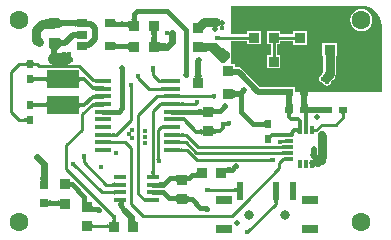
<source format=gtl>
G04*
G04 #@! TF.GenerationSoftware,Altium Limited,Altium Designer,20.0.2 (26)*
G04*
G04 Layer_Physical_Order=1*
G04 Layer_Color=255*
%FSLAX25Y25*%
%MOIN*%
G70*
G01*
G75*
%ADD12C,0.01181*%
%ADD13C,0.01000*%
%ADD18R,0.02362X0.05906*%
%ADD19R,0.05512X0.03150*%
%ADD20R,0.03500X0.03500*%
%ADD21R,0.03500X0.03500*%
%ADD22R,0.03937X0.01772*%
%ADD23R,0.03543X0.02559*%
%ADD24R,0.05800X0.01400*%
%ADD25R,0.03740X0.03543*%
%ADD26R,0.03740X0.03543*%
%ADD27R,0.02000X0.02500*%
%ADD28R,0.02500X0.02000*%
%ADD29R,0.01181X0.03150*%
%ADD30R,0.03150X0.01181*%
%ADD31R,0.10630X0.05906*%
%ADD32R,0.03150X0.03150*%
%ADD34C,0.01968*%
%ADD35C,0.01575*%
%ADD36C,0.01500*%
%ADD37C,0.03000*%
%ADD38C,0.02756*%
%ADD39C,0.01400*%
%ADD40C,0.02362*%
%ADD41C,0.03937*%
%ADD42C,0.02000*%
%ADD43C,0.03150*%
%ADD44C,0.01968*%
%ADD45C,0.01500*%
%ADD46C,0.01575*%
%ADD47C,0.06299*%
G36*
X45039Y73953D02*
X45061Y73698D01*
X45099Y73473D01*
X45151Y73278D01*
X45219Y73113D01*
X45301Y72978D01*
X45399Y72873D01*
X45511Y72798D01*
X45639Y72753D01*
X45781Y72738D01*
X42781D01*
X42924Y72753D01*
X43051Y72798D01*
X43164Y72873D01*
X43262Y72978D01*
X43344Y73113D01*
X43411Y73278D01*
X43464Y73473D01*
X43501Y73698D01*
X43524Y73953D01*
X43532Y74238D01*
X45031D01*
X45039Y73953D01*
D02*
G37*
G36*
X42555Y69870D02*
X42540Y70013D01*
X42494Y70140D01*
X42418Y70253D01*
X42312Y70350D01*
X42176Y70433D01*
X42010Y70500D01*
X41813Y70553D01*
X41587Y70590D01*
X41330Y70613D01*
X41283Y70614D01*
X40875Y70590D01*
X40860Y70583D01*
Y72157D01*
X40875Y72150D01*
X40901Y72144D01*
X40938Y72138D01*
X41044Y72129D01*
X41237Y72124D01*
X41328Y72126D01*
X41809Y72176D01*
X42004Y72219D01*
X42169Y72275D01*
X42303Y72342D01*
X42408Y72423D01*
X42483Y72515D01*
X42529Y72621D01*
X42544Y72738D01*
X42555Y69870D01*
D02*
G37*
G36*
X38031Y72728D02*
X38076Y72600D01*
X38151Y72488D01*
X38256Y72390D01*
X38391Y72308D01*
X38556Y72240D01*
X38751Y72188D01*
X38976Y72150D01*
X39231Y72128D01*
X39261Y72127D01*
X39662Y72150D01*
X39678Y72157D01*
Y70583D01*
X39662Y70590D01*
X39636Y70596D01*
X39600Y70602D01*
X39494Y70611D01*
X39220Y70618D01*
X38151Y70548D01*
X38076Y70526D01*
X38031Y70501D01*
X38016Y70473D01*
Y72870D01*
X38031Y72728D01*
D02*
G37*
G36*
X25047Y70473D02*
X25027Y70524D01*
X24967Y70571D01*
X24867Y70612D01*
X24727Y70647D01*
X24547Y70677D01*
X24327Y70701D01*
X23767Y70734D01*
X23047Y70745D01*
Y72745D01*
X23427Y72748D01*
X24727Y72840D01*
X24867Y72874D01*
X24967Y72913D01*
X25027Y72958D01*
X25047Y73008D01*
Y70473D01*
D02*
G37*
G36*
X28582Y72860D02*
X28626Y72776D01*
X28701Y72702D01*
X28806Y72638D01*
X28940Y72584D01*
X29104Y72540D01*
X29298Y72505D01*
X29522Y72480D01*
X30060Y72461D01*
Y70461D01*
X28567Y70473D01*
Y72954D01*
X28582Y72860D01*
D02*
G37*
G36*
X19389Y73347D02*
X19450Y73221D01*
X19549Y73109D01*
X19690Y73013D01*
X19870Y72931D01*
X20089Y72864D01*
X20349Y72812D01*
X20650Y72775D01*
X20989Y72752D01*
X21370Y72745D01*
Y70745D01*
X20989Y70738D01*
X20349Y70679D01*
X20089Y70628D01*
X19870Y70562D01*
X19690Y70481D01*
X19549Y70386D01*
X19450Y70276D01*
X19389Y70151D01*
X19369Y70012D01*
Y73488D01*
X19389Y73347D01*
D02*
G37*
G36*
X15893Y70012D02*
X15870Y70010D01*
X15800Y70008D01*
X13557Y70000D01*
Y73000D01*
X14001Y73005D01*
X15053Y73078D01*
X15310Y73122D01*
X15520Y73176D01*
X15683Y73239D01*
X15800Y73312D01*
X15870Y73395D01*
X15893Y73488D01*
Y70012D01*
D02*
G37*
G36*
X52139Y69259D02*
X52012Y69213D01*
X51899Y69138D01*
X51802Y69032D01*
X51719Y68896D01*
X51652Y68730D01*
X51599Y68533D01*
X51561Y68306D01*
X51539Y68049D01*
X51531Y67762D01*
X50032D01*
X50024Y68049D01*
X50002Y68306D01*
X49964Y68533D01*
X49911Y68730D01*
X49844Y68896D01*
X49762Y69032D01*
X49664Y69138D01*
X49551Y69213D01*
X49424Y69259D01*
X49281Y69274D01*
X52281D01*
X52139Y69259D01*
D02*
G37*
G36*
X25047Y66733D02*
X25036Y66730D01*
X25000Y66728D01*
X23852Y66720D01*
Y68721D01*
X24081Y68722D01*
X24757Y68769D01*
X24866Y68791D01*
X24950Y68816D01*
X25011Y68846D01*
X25047Y68879D01*
X25059Y68916D01*
X25047Y66733D01*
D02*
G37*
G36*
X72411Y67581D02*
X72447Y67564D01*
X72488Y67549D01*
X72535Y67536D01*
X72588Y67525D01*
X72647Y67516D01*
X72782Y67504D01*
X72940Y67500D01*
Y66500D01*
X72858Y66499D01*
X72647Y66484D01*
X72588Y66475D01*
X72535Y66464D01*
X72488Y66451D01*
X72447Y66436D01*
X72411Y66419D01*
X72382Y66400D01*
Y67600D01*
X72411Y67581D01*
D02*
G37*
G36*
X51546Y66877D02*
X51561Y66694D01*
X51599Y66467D01*
X51652Y66270D01*
X51719Y66104D01*
X51802Y65968D01*
X51899Y65862D01*
X52012Y65786D01*
X52139Y65741D01*
X52281Y65726D01*
X51586D01*
X51617Y64835D01*
X49946D01*
X49962Y64875D01*
X49977Y64960D01*
X49990Y65090D01*
X50017Y65726D01*
X49281D01*
X49424Y65741D01*
X49551Y65786D01*
X49664Y65862D01*
X49762Y65968D01*
X49844Y66104D01*
X49911Y66270D01*
X49964Y66467D01*
X50002Y66694D01*
X50024Y66951D01*
X50031Y67219D01*
X50032Y67275D01*
X51531D01*
X51546Y66877D01*
D02*
G37*
G36*
X121399Y77502D02*
X122668Y77117D01*
X123838Y76492D01*
X124863Y75651D01*
X125705Y74625D01*
X126330Y73455D01*
X126715Y72186D01*
X126844Y70879D01*
X126841Y70866D01*
Y48700D01*
X97781Y48700D01*
Y50500D01*
X96099D01*
X96031Y50513D01*
X94832D01*
X94793Y50529D01*
X94793Y50529D01*
X94792Y50529D01*
X92824Y50525D01*
X92795Y50513D01*
X86327D01*
X80170Y56670D01*
X79679Y56998D01*
X79583Y57017D01*
X79100Y57113D01*
X79100Y57113D01*
X77823D01*
Y58012D01*
X76700D01*
X76700Y65980D01*
X82032D01*
Y64750D01*
X86532D01*
Y69250D01*
X82032D01*
Y68020D01*
X76700D01*
Y77628D01*
X120079D01*
X120092Y77631D01*
X121399Y77502D01*
D02*
G37*
G36*
X38031Y65404D02*
X38076Y65294D01*
X38151Y65197D01*
X38256Y65113D01*
X38391Y65042D01*
X38556Y64983D01*
X38751Y64938D01*
X38976Y64906D01*
X39231Y64886D01*
X39516Y64880D01*
Y63380D01*
X39231Y63376D01*
X38556Y63318D01*
X38391Y63283D01*
X38256Y63240D01*
X38151Y63190D01*
X38076Y63132D01*
X38031Y63066D01*
X38016Y62992D01*
Y65527D01*
X38031Y65404D01*
D02*
G37*
G36*
X42555Y62630D02*
X42540Y62772D01*
X42495Y62900D01*
X42419Y63012D01*
X42314Y63110D01*
X42178Y63192D01*
X42011Y63260D01*
X41815Y63312D01*
X41588Y63350D01*
X41331Y63372D01*
X41043Y63380D01*
Y64880D01*
X41331Y64887D01*
X41588Y64910D01*
X41815Y64947D01*
X42011Y65000D01*
X42178Y65067D01*
X42314Y65150D01*
X42419Y65247D01*
X42495Y65360D01*
X42540Y65487D01*
X42555Y65630D01*
Y62630D01*
D02*
G37*
G36*
X52543Y65632D02*
X52614Y65538D01*
X52732Y65454D01*
X52898Y65382D01*
X53110Y65320D01*
X53370Y65270D01*
X53677Y65231D01*
X54433Y65187D01*
X54882Y65181D01*
Y62819D01*
X54433Y62813D01*
X53370Y62730D01*
X53110Y62680D01*
X52898Y62618D01*
X52732Y62546D01*
X52614Y62463D01*
X52543Y62368D01*
X52520Y62262D01*
Y65738D01*
X52543Y65632D01*
D02*
G37*
G36*
X19389Y66848D02*
X19450Y66722D01*
X19549Y66612D01*
X19690Y66516D01*
X19870Y66435D01*
X20089Y66368D01*
X20349Y66316D01*
X20650Y66280D01*
X20989Y66257D01*
X21370Y66250D01*
Y64250D01*
X20989Y64243D01*
X20349Y64184D01*
X20089Y64132D01*
X19870Y64065D01*
X19690Y63984D01*
X19549Y63888D01*
X19450Y63778D01*
X19389Y63652D01*
X19369Y63512D01*
X19229Y63492D01*
X19104Y63432D01*
X18993Y63332D01*
X18897Y63192D01*
X18816Y63012D01*
X18750Y62792D01*
X18698Y62532D01*
X18661Y62232D01*
X18639Y61892D01*
X18632Y61512D01*
X16632D01*
X16624Y61892D01*
X16565Y62532D01*
X16513Y62792D01*
X16447Y63012D01*
X16366Y63192D01*
X16270Y63332D01*
X16159Y63432D01*
X16034Y63492D01*
X15893Y63512D01*
X19369D01*
Y66988D01*
X19389Y66848D01*
D02*
G37*
G36*
X67297Y65420D02*
X67380Y65358D01*
X67518Y65304D01*
X67711Y65258D01*
X67958Y65218D01*
X68620Y65160D01*
X69502Y65132D01*
X70025Y65128D01*
Y64001D01*
X71459Y64959D01*
X76100Y61700D01*
Y60300D01*
X74200Y58400D01*
X73500D01*
X72800Y59100D01*
X69531Y62369D01*
X69502Y62368D01*
X67711Y62242D01*
X67518Y62196D01*
X67380Y62142D01*
X67297Y62080D01*
X67269Y62012D01*
Y65488D01*
X67297Y65420D01*
D02*
G37*
G36*
X10518Y59005D02*
X10548Y58920D01*
X10599Y58845D01*
X10669Y58780D01*
X10761Y58725D01*
X10872Y58680D01*
X11003Y58645D01*
X11155Y58620D01*
X11327Y58605D01*
X11519Y58600D01*
Y57600D01*
X11327Y57595D01*
X11155Y57580D01*
X11003Y57555D01*
X10872Y57520D01*
X10761Y57475D01*
X10669Y57420D01*
X10599Y57355D01*
X10548Y57280D01*
X10518Y57195D01*
X10508Y57100D01*
Y59100D01*
X10518Y59005D01*
D02*
G37*
G36*
X8544Y57100D02*
X8534Y57195D01*
X8504Y57280D01*
X8454Y57355D01*
X8383Y57420D01*
X8293Y57475D01*
X8184Y57520D01*
X8054Y57555D01*
X7903Y57580D01*
X7734Y57595D01*
X7543Y57600D01*
Y58600D01*
X7734Y58605D01*
X7903Y58620D01*
X8054Y58645D01*
X8184Y58680D01*
X8293Y58725D01*
X8383Y58780D01*
X8454Y58845D01*
X8504Y58920D01*
X8534Y59005D01*
X8544Y59100D01*
Y57100D01*
D02*
G37*
G36*
X51172Y56259D02*
X51145Y56229D01*
X51121Y56194D01*
X51100Y56152D01*
X51082Y56105D01*
X51067Y56052D01*
X51054Y55994D01*
X51044Y55930D01*
X51033Y55784D01*
X51032Y55703D01*
X50032Y55610D01*
X50011Y56413D01*
X51172Y56259D01*
D02*
G37*
G36*
X41123Y56033D02*
X41109Y56012D01*
X41097Y55981D01*
X41086Y55940D01*
X41076Y55888D01*
X41068Y55827D01*
X41057Y55675D01*
X41050Y55370D01*
X39550Y55613D01*
X39577Y56160D01*
X41123Y56033D01*
D02*
G37*
G36*
X62350Y55616D02*
X62380Y55106D01*
X62387Y55091D01*
X60813D01*
X60820Y55106D01*
X60826Y55132D01*
X60832Y55169D01*
X60841Y55275D01*
X60850Y55616D01*
X60850Y55728D01*
X62350D01*
X62350Y55616D01*
D02*
G37*
G36*
X66692Y55354D02*
X66755Y54724D01*
X66810Y54468D01*
X66880Y54252D01*
X66966Y54075D01*
X67068Y53937D01*
X67186Y53838D01*
X67319Y53779D01*
X67468Y53760D01*
X63752D01*
X63935Y53779D01*
X64099Y53838D01*
X64244Y53937D01*
X64369Y54075D01*
X64475Y54252D01*
X64562Y54468D01*
X64629Y54724D01*
X64677Y55019D01*
X64706Y55354D01*
X64716Y55728D01*
X66684D01*
X66692Y55354D01*
D02*
G37*
G36*
X46382Y53633D02*
X46377Y53601D01*
X46380Y53565D01*
X46391Y53526D01*
X46410Y53483D01*
X46436Y53438D01*
X46470Y53388D01*
X46512Y53335D01*
X46562Y53279D01*
X46619Y53220D01*
X45792Y52632D01*
X45348Y53419D01*
X46395Y53662D01*
X46382Y53633D01*
D02*
G37*
G36*
X15240Y51919D02*
X15229Y52031D01*
X15193Y52131D01*
X15133Y52220D01*
X15050Y52297D01*
X14942Y52362D01*
X14811Y52415D01*
X14656Y52456D01*
X14477Y52486D01*
X14274Y52504D01*
X14047Y52509D01*
Y53690D01*
X14274Y53697D01*
X14477Y53714D01*
X14656Y53744D01*
X14811Y53785D01*
X14942Y53838D01*
X15050Y53903D01*
X15133Y53980D01*
X15193Y54068D01*
X15229Y54169D01*
X15240Y54281D01*
Y51919D01*
D02*
G37*
G36*
X10519Y54169D02*
X10555Y54068D01*
X10615Y53980D01*
X10698Y53903D01*
X10806Y53838D01*
X10937Y53785D01*
X11092Y53744D01*
X11271Y53714D01*
X11474Y53697D01*
X11701Y53690D01*
Y52509D01*
X11474Y52504D01*
X11271Y52486D01*
X11092Y52456D01*
X10937Y52415D01*
X10806Y52362D01*
X10698Y52297D01*
X10615Y52220D01*
X10555Y52131D01*
X10519Y52031D01*
X10508Y51919D01*
Y54281D01*
X10519Y54169D01*
D02*
G37*
G36*
X25846Y54100D02*
X25882Y53999D01*
X25941Y53911D01*
X26023Y53834D01*
X26130Y53769D01*
X26260Y53716D01*
X26413Y53674D01*
X26590Y53645D01*
X26791Y53627D01*
X27016Y53621D01*
Y52440D01*
X26791Y52434D01*
X26590Y52416D01*
X26413Y52387D01*
X26260Y52346D01*
X26130Y52293D01*
X26023Y52228D01*
X25941Y52151D01*
X25882Y52062D01*
X25846Y51962D01*
X25835Y51850D01*
Y54212D01*
X25846Y54100D01*
D02*
G37*
G36*
X54144Y51828D02*
X54133Y51863D01*
X54103Y51895D01*
X54053Y51924D01*
X53983Y51948D01*
X53894Y51969D01*
X53784Y51986D01*
X53504Y52008D01*
X53144Y52016D01*
Y53016D01*
X53333Y53018D01*
X53784Y53046D01*
X53894Y53063D01*
X53983Y53083D01*
X54053Y53108D01*
X54103Y53136D01*
X54133Y53168D01*
X54144Y53204D01*
Y51828D01*
D02*
G37*
G36*
X43912Y50820D02*
X43895Y50785D01*
X43880Y50744D01*
X43867Y50696D01*
X43856Y50644D01*
X43847Y50585D01*
X43835Y50450D01*
X43832Y50291D01*
X42832D01*
X42831Y50373D01*
X42816Y50585D01*
X42807Y50644D01*
X42796Y50696D01*
X42783Y50744D01*
X42768Y50785D01*
X42751Y50820D01*
X42732Y50850D01*
X43931D01*
X43912Y50820D01*
D02*
G37*
G36*
X54144Y49269D02*
X54133Y49304D01*
X54103Y49336D01*
X54053Y49365D01*
X53983Y49389D01*
X53894Y49410D01*
X53784Y49427D01*
X53504Y49449D01*
X53144Y49457D01*
Y50457D01*
X53333Y50459D01*
X53784Y50487D01*
X53894Y50504D01*
X53983Y50524D01*
X54053Y50549D01*
X54103Y50577D01*
X54133Y50609D01*
X54144Y50645D01*
Y49269D01*
D02*
G37*
G36*
X70295Y46779D02*
X70264Y46802D01*
X70228Y46822D01*
X70186Y46840D01*
X70139Y46855D01*
X70085Y46868D01*
X70026Y46879D01*
X69891Y46893D01*
X69815Y46896D01*
X69734Y46898D01*
X69822Y47898D01*
X69905Y47898D01*
X70173Y47915D01*
X70223Y47922D01*
X70267Y47931D01*
X70304Y47942D01*
X70334Y47953D01*
X70357Y47966D01*
X70295Y46779D01*
D02*
G37*
G36*
X59930Y48050D02*
X59960Y48018D01*
X60009Y47990D01*
X60079Y47965D01*
X60170Y47945D01*
X60280Y47928D01*
X60559Y47905D01*
X60919Y47898D01*
Y46898D01*
X60729Y46896D01*
X60280Y46867D01*
X60170Y46851D01*
X60079Y46830D01*
X60009Y46806D01*
X59960Y46777D01*
X59930Y46745D01*
X59920Y46710D01*
Y48086D01*
X59930Y48050D01*
D02*
G37*
G36*
X54144Y46710D02*
X54133Y46745D01*
X54103Y46777D01*
X54053Y46806D01*
X53983Y46830D01*
X53894Y46851D01*
X53784Y46867D01*
X53504Y46890D01*
X53144Y46898D01*
Y47898D01*
X53333Y47899D01*
X53784Y47928D01*
X53894Y47945D01*
X53983Y47965D01*
X54053Y47990D01*
X54103Y48018D01*
X54133Y48050D01*
X54144Y48086D01*
Y46710D01*
D02*
G37*
G36*
X31144Y46710D02*
X30537Y46698D01*
Y47879D01*
X31155Y47895D01*
X31144Y46710D01*
D02*
G37*
G36*
X77330Y49872D02*
X77390Y49740D01*
X77488Y49624D01*
X77626Y49523D01*
X77803Y49438D01*
X78019Y49368D01*
X78275Y49314D01*
X78571Y49275D01*
X78905Y49252D01*
X79279Y49244D01*
Y47276D01*
X78905Y47268D01*
X78275Y47206D01*
X78019Y47151D01*
X77803Y47082D01*
X77626Y46996D01*
X77488Y46896D01*
X77390Y46779D01*
X77330Y46648D01*
X77311Y46500D01*
Y50020D01*
X77330Y49872D01*
D02*
G37*
G36*
X102221Y47992D02*
X102178Y47933D01*
X102140Y47835D01*
X102107Y47697D01*
X102079Y47520D01*
X102039Y47047D01*
X102018Y46417D01*
X102016Y46044D01*
X100047D01*
X100045Y46417D01*
X99956Y47697D01*
X99923Y47835D01*
X99885Y47933D01*
X99842Y47992D01*
X99793Y48012D01*
X102269D01*
X102221Y47992D01*
D02*
G37*
G36*
X94793Y48012D02*
X97269D01*
X97221Y47992D01*
X97178Y47933D01*
X97140Y47835D01*
X97107Y47697D01*
X97079Y47520D01*
X97039Y47047D01*
X97018Y46417D01*
X97016Y46044D01*
X95047D01*
X95045Y46417D01*
X94956Y47697D01*
X94923Y47835D01*
X94885Y47933D01*
X94842Y47992D01*
X94793Y48012D01*
X92825Y48016D01*
Y49984D01*
X94793Y49988D01*
Y48012D01*
D02*
G37*
G36*
X59930Y45491D02*
X59960Y45459D01*
X60009Y45431D01*
X60079Y45406D01*
X60170Y45386D01*
X60280Y45369D01*
X60559Y45346D01*
X60919Y45339D01*
Y44339D01*
X60729Y44337D01*
X60280Y44309D01*
X60170Y44292D01*
X60079Y44271D01*
X60009Y44247D01*
X59960Y44218D01*
X59930Y44186D01*
X59920Y44151D01*
Y45527D01*
X59930Y45491D01*
D02*
G37*
G36*
X54144Y44151D02*
X54133Y44198D01*
X54103Y44240D01*
X54053Y44278D01*
X53983Y44310D01*
X53894Y44338D01*
X53784Y44360D01*
X53654Y44378D01*
X53333Y44398D01*
X53144Y44400D01*
Y45400D01*
X53333Y45401D01*
X53983Y45446D01*
X54053Y45462D01*
X54103Y45481D01*
X54133Y45502D01*
X54144Y45527D01*
Y44151D01*
D02*
G37*
G36*
X31144D02*
X30143Y44139D01*
Y45139D01*
X30334Y45142D01*
X30654Y45173D01*
X30784Y45201D01*
X30893Y45236D01*
X30983Y45278D01*
X31054Y45329D01*
X31104Y45387D01*
X31133Y45453D01*
X31144Y45527D01*
Y44151D01*
D02*
G37*
G36*
X102018Y45583D02*
X102107Y44303D01*
X102140Y44165D01*
X102178Y44067D01*
X102221Y44008D01*
X102269Y43988D01*
X99793D01*
X99842Y44008D01*
X99885Y44067D01*
X99923Y44165D01*
X99956Y44303D01*
X99984Y44480D01*
X100024Y44953D01*
X100045Y45583D01*
X100047Y45957D01*
X102016D01*
X102018Y45583D01*
D02*
G37*
G36*
X97018D02*
X97107Y44303D01*
X97140Y44165D01*
X97178Y44067D01*
X97221Y44008D01*
X97269Y43988D01*
X94793D01*
X94842Y44008D01*
X94885Y44067D01*
X94923Y44165D01*
X94956Y44303D01*
X94984Y44480D01*
X95024Y44953D01*
X95045Y45583D01*
X95047Y45957D01*
X97016D01*
X97018Y45583D01*
D02*
G37*
G36*
X15240Y43419D02*
X15229Y43531D01*
X15193Y43632D01*
X15133Y43720D01*
X15050Y43797D01*
X14942Y43862D01*
X14811Y43915D01*
X14656Y43956D01*
X14477Y43986D01*
X14274Y44003D01*
X14047Y44009D01*
Y45191D01*
X14274Y45197D01*
X14477Y45214D01*
X14656Y45244D01*
X14811Y45285D01*
X14942Y45338D01*
X15050Y45403D01*
X15133Y45480D01*
X15193Y45568D01*
X15229Y45669D01*
X15240Y45781D01*
Y43419D01*
D02*
G37*
G36*
X10531Y45669D02*
X10567Y45568D01*
X10626Y45480D01*
X10708Y45403D01*
X10815Y45338D01*
X10945Y45285D01*
X11098Y45244D01*
X11275Y45214D01*
X11476Y45197D01*
X11701Y45191D01*
Y44009D01*
X11476Y44003D01*
X11275Y43986D01*
X11098Y43956D01*
X10945Y43915D01*
X10815Y43862D01*
X10708Y43797D01*
X10626Y43720D01*
X10567Y43632D01*
X10531Y43531D01*
X10520Y43419D01*
Y45781D01*
X10531Y45669D01*
D02*
G37*
G36*
X25846Y45438D02*
X25882Y45338D01*
X25941Y45249D01*
X26023Y45172D01*
X26130Y45107D01*
X26260Y45054D01*
X26413Y45013D01*
X26590Y44984D01*
X26791Y44966D01*
X27016Y44960D01*
Y43779D01*
X26791Y43773D01*
X26590Y43755D01*
X26413Y43726D01*
X26260Y43684D01*
X26130Y43631D01*
X26023Y43566D01*
X25941Y43489D01*
X25882Y43401D01*
X25846Y43300D01*
X25835Y43188D01*
Y45550D01*
X25846Y45438D01*
D02*
G37*
G36*
X74650Y43117D02*
X74626Y43112D01*
X74596Y43099D01*
X74560Y43077D01*
X74517Y43048D01*
X74414Y42964D01*
X74286Y42848D01*
X74133Y42699D01*
X73226Y43913D01*
X73635Y44294D01*
X74650Y43117D01*
D02*
G37*
G36*
X107793Y42012D02*
X105825Y42016D01*
Y43984D01*
X107793Y43988D01*
Y42012D01*
D02*
G37*
G36*
X104238Y43984D02*
Y42016D01*
X102269Y42012D01*
Y43988D01*
X104238Y43984D01*
D02*
G37*
G36*
X114936Y42002D02*
X114851Y41972D01*
X114777Y41922D01*
X114711Y41852D01*
X114656Y41762D01*
X114611Y41652D01*
X114576Y41522D01*
X114551Y41372D01*
X114536Y41202D01*
X114532Y41012D01*
X113531D01*
X113526Y41202D01*
X113512Y41372D01*
X113487Y41522D01*
X113452Y41652D01*
X113407Y41762D01*
X113352Y41852D01*
X113286Y41922D01*
X113212Y41972D01*
X113127Y42002D01*
X113031Y42012D01*
X115032D01*
X114936Y42002D01*
D02*
G37*
G36*
X70573Y43816D02*
X70618Y43688D01*
X70694Y43576D01*
X70799Y43478D01*
X70935Y43396D01*
X71102Y43328D01*
X71298Y43276D01*
X71525Y43238D01*
X71782Y43216D01*
X72070Y43208D01*
Y41708D01*
X71782Y41701D01*
X71525Y41678D01*
X71298Y41641D01*
X71102Y41588D01*
X70935Y41521D01*
X70799Y41438D01*
X70694Y41341D01*
X70618Y41228D01*
X70573Y41101D01*
X70557Y40958D01*
Y43958D01*
X70573Y43816D01*
D02*
G37*
G36*
X102269Y42012D02*
X102248Y42000D01*
X102228Y41965D01*
X102210Y41906D01*
X102195Y41823D01*
X102182Y41717D01*
X102164Y41433D01*
X102154Y40831D01*
X100972D01*
X100967Y41057D01*
X100949Y41259D01*
X100919Y41438D01*
X100878Y41593D01*
X100825Y41724D01*
X100760Y41831D01*
X100683Y41915D01*
X100594Y41975D01*
X100494Y42011D01*
X100382Y42024D01*
X102269Y42012D01*
D02*
G37*
G36*
X67093Y40765D02*
X67079Y40907D01*
X67033Y41035D01*
X66958Y41147D01*
X66853Y41245D01*
X66719Y41327D01*
X66553Y41395D01*
X66359Y41447D01*
X66133Y41485D01*
X65878Y41507D01*
X65593Y41515D01*
Y43015D01*
X65878Y43022D01*
X66133Y43045D01*
X66359Y43082D01*
X66553Y43135D01*
X66719Y43202D01*
X66853Y43285D01*
X66958Y43382D01*
X67033Y43495D01*
X67079Y43622D01*
X67093Y43765D01*
Y40765D01*
D02*
G37*
G36*
X96753Y42313D02*
X96726Y42233D01*
X96701Y42125D01*
X96686Y42024D01*
X97213D01*
X97100Y42012D01*
X97000Y41976D01*
X96911Y41917D01*
X96835Y41833D01*
X96770Y41726D01*
X96716Y41594D01*
X96675Y41439D01*
X96646Y41260D01*
X96630Y41077D01*
X96624Y40899D01*
X96624Y40893D01*
X96622Y40592D01*
X95441D01*
X95439Y40893D01*
X95439Y40895D01*
X95416Y41271D01*
X95388Y41439D01*
X95346Y41594D01*
X95293Y41726D01*
X95228Y41833D01*
X95152Y41917D01*
X95063Y41976D01*
X94963Y42012D01*
X94850Y42024D01*
X95368D01*
X95362Y42125D01*
X95337Y42233D01*
X95310Y42313D01*
X95279Y42365D01*
X96784D01*
X96753Y42313D01*
D02*
G37*
G36*
X8556Y38600D02*
X8545Y38695D01*
X8515Y38780D01*
X8464Y38855D01*
X8394Y38920D01*
X8303Y38975D01*
X8191Y39020D01*
X8060Y39055D01*
X7908Y39080D01*
X7736Y39095D01*
X7543Y39100D01*
Y40100D01*
X7736Y40105D01*
X7908Y40120D01*
X8060Y40145D01*
X8191Y40180D01*
X8303Y40225D01*
X8394Y40280D01*
X8464Y40345D01*
X8515Y40420D01*
X8545Y40505D01*
X8556Y40600D01*
Y38600D01*
D02*
G37*
G36*
X87844Y36862D02*
X87828Y36948D01*
X87780Y37024D01*
X87702Y37092D01*
X87591Y37150D01*
X87450Y37200D01*
X87277Y37240D01*
X87072Y37272D01*
X86836Y37295D01*
X86269Y37313D01*
Y38887D01*
X86568Y38892D01*
X87072Y38928D01*
X87277Y38960D01*
X87450Y39000D01*
X87591Y39050D01*
X87702Y39108D01*
X87780Y39176D01*
X87828Y39252D01*
X87844Y39338D01*
Y36862D01*
D02*
G37*
G36*
X54144Y36473D02*
X54134Y36509D01*
X54106Y36541D01*
X54058Y36569D01*
X53991Y36594D01*
X53906Y36614D01*
X53801Y36631D01*
X53678Y36645D01*
X53373Y36660D01*
X53193Y36661D01*
Y37661D01*
X53373Y37663D01*
X53801Y37692D01*
X53906Y37708D01*
X53991Y37729D01*
X54058Y37753D01*
X54106Y37782D01*
X54134Y37814D01*
X54144Y37849D01*
Y36473D01*
D02*
G37*
G36*
X104108Y36896D02*
X104137Y36818D01*
X104185Y36749D01*
X104254Y36689D01*
X104341Y36639D01*
X104448Y36597D01*
X104574Y36565D01*
X104720Y36542D01*
X104885Y36528D01*
X105070Y36524D01*
Y35524D01*
X104885Y35519D01*
X104720Y35505D01*
X104574Y35482D01*
X104448Y35450D01*
X104341Y35409D01*
X104254Y35358D01*
X104185Y35298D01*
X104137Y35229D01*
X104108Y35151D01*
X104098Y35064D01*
Y36984D01*
X104108Y36896D01*
D02*
G37*
G36*
X99028Y34843D02*
X99016Y34955D01*
X98980Y35055D01*
X98921Y35144D01*
X98837Y35221D01*
X98730Y35285D01*
X98598Y35339D01*
X98443Y35380D01*
X98264Y35409D01*
X98062Y35427D01*
X97835Y35433D01*
Y36614D01*
X98062Y36620D01*
X98264Y36638D01*
X98443Y36667D01*
X98598Y36709D01*
X98730Y36762D01*
X98837Y36827D01*
X98921Y36904D01*
X98980Y36992D01*
X99016Y37093D01*
X99028Y37205D01*
Y34843D01*
D02*
G37*
G36*
X70572Y37017D02*
X70614Y36898D01*
X70685Y36793D01*
X70783Y36702D01*
X70911Y36625D01*
X71066Y36562D01*
X71249Y36513D01*
X71461Y36478D01*
X71701Y36457D01*
X71969Y36450D01*
Y35050D01*
X71701Y35043D01*
X71461Y35022D01*
X71249Y34987D01*
X71066Y34938D01*
X70911Y34875D01*
X70783Y34798D01*
X70685Y34707D01*
X70614Y34602D01*
X70572Y34483D01*
X70557Y34350D01*
Y37150D01*
X70572Y37017D01*
D02*
G37*
G36*
X67093Y34200D02*
X67080Y34333D01*
X67037Y34452D01*
X66967Y34557D01*
X66869Y34648D01*
X66743Y34725D01*
X66589Y34788D01*
X66408Y34837D01*
X66198Y34872D01*
X65960Y34893D01*
X65693Y34900D01*
Y36300D01*
X65960Y36307D01*
X66198Y36328D01*
X66408Y36363D01*
X66589Y36412D01*
X66743Y36475D01*
X66869Y36552D01*
X66967Y36643D01*
X67037Y36748D01*
X67080Y36867D01*
X67093Y37000D01*
Y34200D01*
D02*
G37*
G36*
X36930Y35255D02*
X36959Y35223D01*
X37010Y35195D01*
X37080Y35170D01*
X37170Y35149D01*
X37279Y35133D01*
X37560Y35110D01*
X37920Y35102D01*
Y34102D01*
X37729Y34100D01*
X37279Y34072D01*
X37170Y34055D01*
X37080Y34035D01*
X37010Y34010D01*
X36959Y33982D01*
X36930Y33950D01*
X36920Y33914D01*
Y35290D01*
X36930Y35255D01*
D02*
G37*
G36*
X59930Y35255D02*
X59960Y35223D01*
X60009Y35195D01*
X60079Y35170D01*
X60170Y35149D01*
X60280Y35132D01*
X60559Y35110D01*
X60919Y35102D01*
Y34102D01*
X60729Y34100D01*
X60280Y34072D01*
X60170Y34055D01*
X60079Y34035D01*
X60009Y34010D01*
X59960Y33982D01*
X59930Y33950D01*
X59920Y33914D01*
Y35290D01*
X59930Y35255D01*
D02*
G37*
G36*
X94488Y31902D02*
X94478Y31900D01*
X94448Y31898D01*
X94109Y31894D01*
X94110Y31890D01*
X94028Y31889D01*
X93882Y31878D01*
X93818Y31869D01*
X93759Y31857D01*
X93706Y31843D01*
X93658Y31826D01*
X93617Y31806D01*
X93581Y31784D01*
X93550Y31758D01*
X93537Y31890D01*
X93488Y31890D01*
Y32392D01*
X93436Y32932D01*
X93452Y32924D01*
X93477Y32917D01*
X93509Y32911D01*
X93548Y32905D01*
X93650Y32897D01*
X93724Y32895D01*
X94238Y32932D01*
X94328Y32951D01*
X94398Y32973D01*
X94448Y32998D01*
X94478Y33027D01*
X94488Y33059D01*
Y31902D01*
D02*
G37*
G36*
X36930Y32696D02*
X36959Y32664D01*
X37010Y32635D01*
X37080Y32611D01*
X37170Y32590D01*
X37279Y32573D01*
X37560Y32551D01*
X37920Y32543D01*
Y31543D01*
X37729Y31541D01*
X37279Y31513D01*
X37170Y31496D01*
X37080Y31476D01*
X37010Y31451D01*
X36959Y31423D01*
X36930Y31391D01*
X36920Y31355D01*
Y32731D01*
X36930Y32696D01*
D02*
G37*
G36*
X59930Y32696D02*
X59960Y32664D01*
X60009Y32635D01*
X60079Y32611D01*
X60170Y32590D01*
X60280Y32573D01*
X60559Y32551D01*
X60919Y32543D01*
Y31543D01*
X60729Y31541D01*
X60280Y31513D01*
X60170Y31496D01*
X60079Y31476D01*
X60009Y31451D01*
X59960Y31423D01*
X59930Y31391D01*
X59920Y31355D01*
Y32731D01*
X59930Y32696D01*
D02*
G37*
G36*
X94488Y29933D02*
X94478Y29948D01*
X94448Y29961D01*
X94398Y29973D01*
X94328Y29983D01*
X94128Y29999D01*
X93488Y30012D01*
Y31012D01*
X93678Y31013D01*
X94448Y31062D01*
X94478Y31075D01*
X94488Y31090D01*
Y29933D01*
D02*
G37*
G36*
X59930Y30136D02*
X59960Y30105D01*
X60009Y30076D01*
X60079Y30052D01*
X60170Y30031D01*
X60280Y30014D01*
X60559Y29992D01*
X60919Y29984D01*
Y28984D01*
X60729Y28982D01*
X60280Y28954D01*
X60170Y28937D01*
X60079Y28917D01*
X60009Y28892D01*
X59960Y28864D01*
X59930Y28832D01*
X59920Y28796D01*
Y30172D01*
X59930Y30136D01*
D02*
G37*
G36*
X94488Y27965D02*
X94478Y27990D01*
X94448Y28013D01*
X94398Y28034D01*
X94328Y28051D01*
X94238Y28066D01*
X94128Y28078D01*
X93678Y28099D01*
X93488Y28100D01*
Y29100D01*
X94488Y29122D01*
Y27965D01*
D02*
G37*
G36*
X108458Y33882D02*
X108465D01*
X108463Y33868D01*
X108460Y33826D01*
X108459Y33662D01*
X108465Y33047D01*
X108456D01*
X108453Y32480D01*
X108458Y31914D01*
X108465D01*
X108463Y31900D01*
X108460Y31858D01*
X108459Y31693D01*
X108465Y31078D01*
X108456D01*
X108453Y30512D01*
X108458Y29945D01*
X108465D01*
X108463Y29931D01*
X108460Y29889D01*
X108459Y29724D01*
X108465Y29110D01*
X108456D01*
X108453Y28543D01*
X108458Y27977D01*
X108465D01*
X108463Y27963D01*
X108460Y27921D01*
X108459Y27756D01*
X108465Y27141D01*
X108456D01*
X108453Y26575D01*
X106421D01*
X105697Y26114D01*
Y24213D01*
X105394Y24207D01*
X104883Y24158D01*
X104860Y24154D01*
Y24102D01*
X104823Y24123D01*
X104780Y24138D01*
X104675Y24116D01*
X104499Y24062D01*
X104355Y23996D01*
X104243Y23917D01*
X104163Y23827D01*
X104114Y23724D01*
X104098Y23610D01*
X104101Y24205D01*
X103917Y24212D01*
X103728Y24213D01*
Y26181D01*
X103917Y26182D01*
X104109Y26195D01*
X104109Y26243D01*
X103424Y26884D01*
X104547Y28545D01*
X104922Y28183D01*
X105609Y27608D01*
X105689Y27554D01*
X105685Y27977D01*
X105694D01*
X105697Y28543D01*
X105692Y29110D01*
X105685D01*
X105687Y29124D01*
X105689Y29166D01*
X105690Y29331D01*
X105685Y29945D01*
X105694D01*
X105697Y30512D01*
X105692Y31078D01*
X105685D01*
X105687Y31092D01*
X105689Y31134D01*
X105690Y31299D01*
X105685Y31914D01*
X105694D01*
X105697Y32480D01*
X105692Y33047D01*
X105685D01*
X105687Y33061D01*
X105689Y33103D01*
X105690Y33268D01*
X105685Y33882D01*
X105694D01*
X105697Y34449D01*
X108453D01*
X108458Y33882D01*
D02*
G37*
G36*
X28105Y27159D02*
X28089Y27118D01*
X28074Y27067D01*
X28061Y27007D01*
X28051Y26937D01*
X28035Y26767D01*
X28027Y26557D01*
X28026Y26438D01*
X27026D01*
X27025Y26555D01*
X27001Y26931D01*
X26990Y27001D01*
X26976Y27061D01*
X26961Y27112D01*
X26944Y27153D01*
X26925Y27184D01*
X28123Y27190D01*
X28105Y27159D01*
D02*
G37*
G36*
X52733Y26956D02*
X52746Y26811D01*
X52757Y26748D01*
X52771Y26691D01*
X52789Y26639D01*
X52809Y26594D01*
X52833Y26555D01*
X52860Y26521D01*
X52890Y26494D01*
X51765Y26243D01*
X51731Y26619D01*
X52732Y27037D01*
X52733Y26956D01*
D02*
G37*
G36*
X94488Y25996D02*
X94483Y25994D01*
X94466Y25992D01*
X94437Y25990D01*
X93915Y25984D01*
Y26984D01*
X94026Y26985D01*
X94406Y27011D01*
X94447Y27020D01*
X94477Y27031D01*
X94494Y27043D01*
X94500Y27057D01*
X94488Y25996D01*
D02*
G37*
G36*
X90181Y25600D02*
X90152Y25619D01*
X90116Y25636D01*
X90075Y25651D01*
X90028Y25664D01*
X89975Y25675D01*
X89916Y25684D01*
X89781Y25696D01*
X89622Y25700D01*
Y26700D01*
X89705Y26701D01*
X89916Y26716D01*
X89975Y26725D01*
X90028Y26736D01*
X90075Y26749D01*
X90116Y26764D01*
X90152Y26781D01*
X90181Y26800D01*
Y25600D01*
D02*
G37*
G36*
X24678Y25049D02*
X24691Y25018D01*
X24710Y24982D01*
X24734Y24944D01*
X24764Y24902D01*
X24841Y24807D01*
X24941Y24699D01*
X25000Y24639D01*
X24337Y23887D01*
X24279Y23944D01*
X24117Y24081D01*
X24068Y24116D01*
X24022Y24145D01*
X23978Y24168D01*
X23936Y24185D01*
X23897Y24197D01*
X23861Y24203D01*
X24671Y25077D01*
X24678Y25049D01*
D02*
G37*
G36*
X78250Y23217D02*
X78226Y23212D01*
X78196Y23199D01*
X78160Y23177D01*
X78117Y23148D01*
X78014Y23064D01*
X77886Y22948D01*
X77733Y22799D01*
X76826Y24013D01*
X77235Y24394D01*
X78250Y23217D01*
D02*
G37*
G36*
X76638Y22250D02*
X76351Y22242D01*
X76095Y22220D01*
X75869Y22183D01*
X75672Y22130D01*
X75506Y22062D01*
X75370Y21980D01*
X75264Y21882D01*
X75188Y21770D01*
X75142Y21643D01*
X75126Y21500D01*
X75138Y23738D01*
X75153Y23740D01*
X75198Y23742D01*
X76638Y23750D01*
Y22250D01*
D02*
G37*
G36*
X51050Y22220D02*
X51065Y22048D01*
X51090Y21896D01*
X51125Y21765D01*
X51170Y21653D01*
X51225Y21562D01*
X51290Y21492D01*
X51365Y21441D01*
X51450Y21410D01*
X51545Y21400D01*
X49545D01*
X49640Y21410D01*
X49725Y21441D01*
X49800Y21492D01*
X49865Y21562D01*
X49920Y21653D01*
X49965Y21765D01*
X50000Y21896D01*
X50025Y22048D01*
X50040Y22220D01*
X50045Y22412D01*
X51045D01*
X51050Y22220D01*
D02*
G37*
G36*
X65162Y20262D02*
X65147Y20283D01*
X65102Y20301D01*
X65027Y20318D01*
X64922Y20332D01*
X64622Y20354D01*
X63662Y20371D01*
Y21871D01*
X63949Y21879D01*
X64205Y21901D01*
X64432Y21939D01*
X64628Y21991D01*
X64794Y22059D01*
X64930Y22141D01*
X65036Y22239D01*
X65112Y22351D01*
X65158Y22479D01*
X65174Y22621D01*
X65162Y20262D01*
D02*
G37*
G36*
X15516Y21382D02*
X15608Y20059D01*
X15650Y19846D01*
X15700Y19681D01*
X15757Y19563D01*
X15822Y19492D01*
X15894Y19468D01*
X12769D01*
X12841Y19492D01*
X12906Y19563D01*
X12963Y19681D01*
X13013Y19846D01*
X13055Y20059D01*
X13089Y20319D01*
X13135Y20980D01*
X13150Y21831D01*
X15513D01*
X15516Y21382D01*
D02*
G37*
G36*
X58494Y18600D02*
X58478Y18743D01*
X58434Y18870D01*
X58359Y18982D01*
X58254Y19080D01*
X58118Y19162D01*
X57954Y19230D01*
X57758Y19283D01*
X57534Y19320D01*
X57279Y19342D01*
X56994Y19350D01*
Y20850D01*
X57279Y20855D01*
X57758Y20898D01*
X57954Y20936D01*
X58118Y20985D01*
X58254Y21044D01*
X58359Y21114D01*
X58434Y21194D01*
X58478Y21286D01*
X58494Y21388D01*
Y18600D01*
D02*
G37*
G36*
X52516Y18830D02*
X52561Y18809D01*
X52634Y18790D01*
X52738Y18774D01*
X53034Y18749D01*
X53699Y18731D01*
X53979Y18730D01*
Y17230D01*
X53699Y17228D01*
X52561Y17150D01*
X52516Y17129D01*
X52501Y17106D01*
Y18853D01*
X52516Y18830D01*
D02*
G37*
G36*
X37762Y17106D02*
X37752Y17177D01*
X37722Y17240D01*
X37672Y17296D01*
X37602Y17345D01*
X37512Y17386D01*
X37402Y17420D01*
X37272Y17446D01*
X37122Y17465D01*
X36952Y17476D01*
X36762Y17480D01*
Y18480D01*
X36952Y18483D01*
X37272Y18513D01*
X37402Y18539D01*
X37512Y18573D01*
X37602Y18614D01*
X37672Y18663D01*
X37722Y18719D01*
X37752Y18782D01*
X37762Y18853D01*
Y17106D01*
D02*
G37*
G36*
X69011Y16781D02*
X69047Y16764D01*
X69088Y16749D01*
X69135Y16736D01*
X69188Y16725D01*
X69247Y16716D01*
X69382Y16704D01*
X69541Y16700D01*
Y15700D01*
X69458Y15699D01*
X69247Y15684D01*
X69188Y15675D01*
X69135Y15664D01*
X69088Y15651D01*
X69047Y15636D01*
X69011Y15619D01*
X68982Y15600D01*
Y16800D01*
X69011Y16781D01*
D02*
G37*
G36*
X78516Y15200D02*
X78506Y15295D01*
X78476Y15380D01*
X78425Y15455D01*
X78354Y15520D01*
X78263Y15575D01*
X78152Y15620D01*
X78020Y15655D01*
X77868Y15680D01*
X77696Y15695D01*
X77504Y15700D01*
Y16700D01*
X77696Y16705D01*
X77868Y16720D01*
X78020Y16745D01*
X78152Y16780D01*
X78263Y16825D01*
X78354Y16880D01*
X78425Y16945D01*
X78476Y17020D01*
X78506Y17105D01*
X78516Y17200D01*
Y15200D01*
D02*
G37*
G36*
X52516Y16271D02*
X52558Y16250D01*
X52628Y16231D01*
X52727Y16215D01*
X52854Y16201D01*
X53404Y16175D01*
X53911Y16171D01*
Y14671D01*
X53643Y14669D01*
X52628Y14610D01*
X52558Y14591D01*
X52516Y14570D01*
X52501Y14547D01*
Y16294D01*
X52516Y16271D01*
D02*
G37*
G36*
X37762Y14547D02*
X37752Y14618D01*
X37722Y14681D01*
X37672Y14737D01*
X37602Y14786D01*
X37512Y14827D01*
X37402Y14861D01*
X37272Y14887D01*
X37122Y14906D01*
X36952Y14917D01*
X36762Y14920D01*
Y15921D01*
X36952Y15924D01*
X37272Y15954D01*
X37402Y15980D01*
X37512Y16014D01*
X37602Y16055D01*
X37672Y16104D01*
X37722Y16160D01*
X37752Y16223D01*
X37762Y16294D01*
Y14547D01*
D02*
G37*
G36*
X28495Y13611D02*
X28516Y13352D01*
X28553Y13124D01*
X28603Y12926D01*
X28668Y12759D01*
X28748Y12621D01*
X28842Y12515D01*
X28951Y12438D01*
X29074Y12392D01*
X29212Y12376D01*
X26693Y12388D01*
X26735Y12403D01*
X26772Y12449D01*
X26805Y12524D01*
X26834Y12630D01*
X26858Y12766D01*
X26877Y12932D01*
X26904Y13356D01*
X26913Y13900D01*
X28487D01*
X28495Y13611D01*
D02*
G37*
G36*
X48588Y12043D02*
X48580Y12104D01*
X48556Y12158D01*
X48515Y12206D01*
X48458Y12247D01*
X48384Y12282D01*
X48294Y12310D01*
X48187Y12333D01*
X48065Y12349D01*
X47926Y12358D01*
X47770Y12361D01*
Y13361D01*
X47926Y13365D01*
X48187Y13390D01*
X48294Y13412D01*
X48384Y13441D01*
X48458Y13476D01*
X48515Y13517D01*
X48556Y13565D01*
X48580Y13619D01*
X48588Y13680D01*
Y12043D01*
D02*
G37*
G36*
X92389Y12919D02*
X92304Y12889D01*
X92229Y12839D01*
X92164Y12768D01*
X92109Y12676D01*
X92064Y12565D01*
X92029Y12434D01*
X92004Y12282D01*
X91989Y12110D01*
X91984Y11918D01*
X90984D01*
X90979Y12110D01*
X90964Y12282D01*
X90939Y12434D01*
X90904Y12565D01*
X90859Y12676D01*
X90804Y12768D01*
X90739Y12839D01*
X90664Y12889D01*
X90579Y12919D01*
X90484Y12930D01*
X92484D01*
X92389Y12919D01*
D02*
G37*
G36*
X58494Y11900D02*
X58478Y12043D01*
X58434Y12170D01*
X58359Y12282D01*
X58254Y12380D01*
X58118Y12462D01*
X57954Y12530D01*
X57758Y12583D01*
X57534Y12620D01*
X57279Y12642D01*
X56994Y12650D01*
Y14150D01*
X57279Y14157D01*
X57534Y14179D01*
X57758Y14216D01*
X57954Y14268D01*
X58118Y14334D01*
X58254Y14416D01*
X58359Y14512D01*
X58434Y14622D01*
X58478Y14748D01*
X58494Y14888D01*
Y11900D01*
D02*
G37*
G36*
X61973Y14507D02*
X62018Y14380D01*
X62094Y14267D01*
X62199Y14170D01*
X62335Y14087D01*
X62502Y14020D01*
X62698Y13968D01*
X62925Y13930D01*
X63182Y13907D01*
X63469Y13900D01*
Y12400D01*
X63182Y12393D01*
X62925Y12370D01*
X62698Y12332D01*
X62502Y12280D01*
X62335Y12212D01*
X62199Y12130D01*
X62094Y12032D01*
X62018Y11920D01*
X61973Y11793D01*
X61958Y11650D01*
Y14650D01*
X61973Y14507D01*
D02*
G37*
G36*
X40888Y11988D02*
X40817Y11952D01*
X40755Y11893D01*
X40700Y11811D01*
X40654Y11705D01*
X40617Y11575D01*
X40588Y11422D01*
X40567Y11245D01*
X40554Y11044D01*
X40550Y10820D01*
X39050D01*
X39046Y11044D01*
X39012Y11422D01*
X38983Y11575D01*
X38946Y11705D01*
X38900Y11811D01*
X38846Y11893D01*
X38783Y11952D01*
X38712Y11988D01*
X38633Y12000D01*
X40967D01*
X40888Y11988D01*
D02*
G37*
G36*
X15909Y13183D02*
X15954Y13055D01*
X16029Y12943D01*
X16134Y12845D01*
X16269Y12763D01*
X16434Y12695D01*
X16629Y12642D01*
X16854Y12605D01*
X17109Y12583D01*
X17394Y12575D01*
Y11075D01*
X17109Y11069D01*
X16854Y11050D01*
X16629Y11018D01*
X16434Y10973D01*
X16269Y10916D01*
X16134Y10845D01*
X16029Y10763D01*
X15954Y10667D01*
X15909Y10558D01*
X15894Y10437D01*
Y13325D01*
X15909Y13183D01*
D02*
G37*
G36*
X19406Y10325D02*
X19390Y10468D01*
X19345Y10595D01*
X19269Y10707D01*
X19164Y10805D01*
X19027Y10887D01*
X18861Y10955D01*
X18665Y11007D01*
X18438Y11045D01*
X18181Y11067D01*
X17894Y11075D01*
Y12575D01*
X18181Y12583D01*
X18438Y12605D01*
X18665Y12642D01*
X18861Y12695D01*
X19027Y12763D01*
X19164Y12845D01*
X19269Y12943D01*
X19345Y13055D01*
X19390Y13183D01*
X19406Y13325D01*
Y10325D01*
D02*
G37*
G36*
X66142Y11620D02*
X66523Y11280D01*
X66539Y11275D01*
X65425Y10161D01*
X65420Y10177D01*
X65406Y10200D01*
X65384Y10230D01*
X65315Y10311D01*
X65080Y10558D01*
X65001Y10638D01*
X66062Y11699D01*
X66142Y11620D01*
D02*
G37*
G36*
X67090Y11008D02*
X67118Y10998D01*
X67157Y10989D01*
X67206Y10981D01*
X67336Y10970D01*
X67608Y10961D01*
X67720Y10960D01*
X67504Y9460D01*
X66945Y9481D01*
X67072Y11019D01*
X67090Y11008D01*
D02*
G37*
G36*
X30185Y11113D02*
X30233Y10979D01*
X30311Y10861D01*
X30422Y10758D01*
X30563Y10672D01*
X30736Y10601D01*
X30941Y10546D01*
X31177Y10506D01*
X31445Y10483D01*
X31744Y10475D01*
Y8900D01*
X30169Y8912D01*
Y11262D01*
X30185Y11113D01*
D02*
G37*
G36*
X37433Y8106D02*
X37669Y7897D01*
X37703Y7873D01*
X37733Y7854D01*
X37759Y7842D01*
X37781Y7835D01*
X36882Y7064D01*
X36878Y7103D01*
X36867Y7143D01*
X36851Y7186D01*
X36829Y7231D01*
X36801Y7279D01*
X36767Y7329D01*
X36728Y7380D01*
X36632Y7491D01*
X36575Y7549D01*
X37373Y8166D01*
X37433Y8106D01*
D02*
G37*
G36*
X44597Y6891D02*
X44653Y6189D01*
X44686Y6017D01*
X44726Y5877D01*
X44774Y5767D01*
X44829Y5689D01*
X44892Y5642D01*
X44962Y5626D01*
X42243Y5638D01*
X42241Y5654D01*
X42239Y5700D01*
X42232Y7187D01*
X44594D01*
X44597Y6891D01*
D02*
G37*
G36*
X38212Y6620D02*
X38195Y6585D01*
X38180Y6544D01*
X38167Y6497D01*
X38156Y6444D01*
X38147Y6385D01*
X38145Y6353D01*
X38151Y6274D01*
X38177Y6122D01*
X38212Y5990D01*
X38256Y5879D01*
X38311Y5788D01*
X38377Y5717D01*
X38451Y5666D01*
X38537Y5636D01*
X38631Y5626D01*
X36632D01*
X36726Y5636D01*
X36812Y5666D01*
X36887Y5717D01*
X36952Y5788D01*
X37007Y5879D01*
X37051Y5990D01*
X37086Y6122D01*
X37111Y6274D01*
X37118Y6349D01*
X37116Y6385D01*
X37107Y6444D01*
X37096Y6497D01*
X37083Y6544D01*
X37068Y6585D01*
X37051Y6620D01*
X37032Y6650D01*
X38231D01*
X38212Y6620D01*
D02*
G37*
G36*
X35756Y3150D02*
X35745Y3245D01*
X35715Y3330D01*
X35664Y3405D01*
X35594Y3470D01*
X35502Y3525D01*
X35391Y3570D01*
X35260Y3605D01*
X35108Y3630D01*
X34936Y3645D01*
X34743Y3650D01*
Y4650D01*
X34936Y4655D01*
X35108Y4670D01*
X35260Y4695D01*
X35391Y4730D01*
X35502Y4775D01*
X35594Y4830D01*
X35664Y4895D01*
X35715Y4970D01*
X35745Y5055D01*
X35756Y5150D01*
Y3150D01*
D02*
G37*
G36*
X30180Y5055D02*
X30209Y4970D01*
X30259Y4895D01*
X30329Y4830D01*
X30419Y4775D01*
X30529Y4730D01*
X30659Y4695D01*
X30810Y4670D01*
X30979Y4655D01*
X31170Y4650D01*
Y3650D01*
X30979Y3645D01*
X30810Y3630D01*
X30659Y3605D01*
X30529Y3570D01*
X30419Y3525D01*
X30329Y3470D01*
X30259Y3405D01*
X30209Y3330D01*
X30180Y3245D01*
X30169Y3150D01*
Y5150D01*
X30180Y5055D01*
D02*
G37*
G36*
X83136Y2523D02*
X83078Y2464D01*
X82939Y2304D01*
X82904Y2256D01*
X82874Y2211D01*
X82850Y2168D01*
X82832Y2129D01*
X82819Y2092D01*
X82811Y2057D01*
X81963Y2905D01*
X81997Y2913D01*
X82034Y2926D01*
X82074Y2944D01*
X82116Y2969D01*
X82161Y2998D01*
X82209Y3034D01*
X82314Y3121D01*
X82428Y3230D01*
X83136Y2523D01*
D02*
G37*
%LPC*%
G36*
X120079Y76516D02*
X119126Y76390D01*
X118238Y76023D01*
X117476Y75438D01*
X116891Y74675D01*
X116523Y73787D01*
X116398Y72835D01*
X116523Y71882D01*
X116891Y70994D01*
X117476Y70232D01*
X118238Y69647D01*
X119126Y69279D01*
X120079Y69154D01*
X121031Y69279D01*
X121919Y69647D01*
X122682Y70232D01*
X123267Y70994D01*
X123634Y71882D01*
X123760Y72835D01*
X123634Y73787D01*
X123267Y74675D01*
X122682Y75438D01*
X121919Y76023D01*
X121031Y76390D01*
X120079Y76516D01*
D02*
G37*
G36*
X93032Y69250D02*
X88532D01*
Y64750D01*
X89762D01*
Y61250D01*
X88532D01*
Y56750D01*
X93032D01*
Y61250D01*
X91801D01*
Y64750D01*
X93032D01*
Y65980D01*
X97240D01*
Y64468D01*
X101980D01*
Y69012D01*
X97240D01*
Y68020D01*
X93032D01*
Y69250D01*
D02*
G37*
G36*
X111823Y65272D02*
X107083D01*
Y60728D01*
X107414D01*
Y55626D01*
X107306Y55465D01*
X106826Y54985D01*
X106384Y54324D01*
X106364Y54224D01*
X106330Y54201D01*
X106054Y53788D01*
X105957Y53300D01*
X106054Y52812D01*
X106330Y52399D01*
X106744Y52122D01*
X106822Y52107D01*
X106826Y52101D01*
X107487Y51659D01*
X107605Y51636D01*
X107830Y51299D01*
X108244Y51022D01*
X108731Y50925D01*
X109219Y51022D01*
X109633Y51299D01*
X109909Y51712D01*
X110006Y52200D01*
X109973Y52365D01*
X110309Y52701D01*
X110419Y52723D01*
X110833Y52999D01*
X111109Y53412D01*
X111164Y53690D01*
X111337Y53948D01*
X111492Y54728D01*
Y60728D01*
X111823D01*
Y65272D01*
D02*
G37*
%LPD*%
D12*
X101031Y43000D02*
X101154D01*
X101563Y42591D01*
Y36024D02*
Y42591D01*
X97035Y34449D02*
Y35332D01*
X96051Y34449D02*
X97035D01*
Y35332D02*
X97727Y36024D01*
X99594D01*
X96723Y39900D02*
X98903D01*
X99594Y36024D02*
Y39208D01*
X98903Y39900D02*
X99594Y39208D01*
X96031Y40592D02*
Y43000D01*
Y40592D02*
X96723Y39900D01*
X88832Y33100D02*
Y33350D01*
X89241Y33759D01*
X89491D01*
X90180Y34449D01*
X96051D01*
X9532Y53100D02*
X20462D01*
X20531Y53031D01*
X9232Y44600D02*
X20301D01*
X20531Y44369D01*
X27618D01*
X30537Y47288D01*
X33922D01*
X34032Y47398D01*
X20531Y53031D02*
X27618D01*
X30583Y50066D01*
X33922D01*
X34032Y49957D01*
D13*
X71931Y67000D02*
X84281D01*
X12700Y57400D02*
X26000D01*
X30684Y52716D02*
X33832D01*
X34032Y52516D01*
X26000Y57400D02*
X30684Y52716D01*
X12000Y58100D02*
X12700Y57400D01*
X9532Y58100D02*
X12000D01*
X5900D02*
X9532D01*
X3200Y55400D02*
X5900Y58100D01*
X3200Y42200D02*
Y55400D01*
X5800Y39600D02*
X9532D01*
X3200Y42200D02*
X5800Y39600D01*
X38339Y34602D02*
X43332Y39595D01*
Y51300D01*
X95961Y32390D02*
X96051Y32480D01*
X93032Y32300D02*
X93122Y32390D01*
X95961D01*
X70734Y47398D02*
X70832Y47300D01*
X57032Y47398D02*
X70734D01*
X21632Y23200D02*
Y31100D01*
Y23200D02*
X37631Y7200D01*
X21632Y31100D02*
X26847Y36315D01*
X23932Y24950D02*
X23981D01*
X33511Y15420D01*
X39718D01*
X37631Y7100D02*
Y7200D01*
X27431Y25600D02*
X27526Y25695D01*
Y26967D01*
X27431Y25600D02*
X35052Y17979D01*
X39718D01*
X27526Y26967D02*
X27622Y27062D01*
X79331Y16200D02*
X79673Y15858D01*
X68532Y16200D02*
X79331D01*
X34032Y34602D02*
X38339D01*
X91484Y11579D02*
Y15858D01*
X82069Y2163D02*
X91484Y11579D01*
X37481Y3900D02*
X37631Y4050D01*
Y7100D01*
X28431Y4150D02*
X37231D01*
X37481Y3900D01*
X52232Y26000D02*
Y36200D01*
Y26000D02*
X52332Y25900D01*
X53193Y37161D02*
X57032D01*
X52232Y36200D02*
X53193Y37161D01*
X50545Y42613D02*
X52832Y44900D01*
X50545Y20539D02*
Y42613D01*
X52832Y44900D02*
X56970D01*
X26847Y36315D02*
Y41348D01*
X33832Y44639D02*
X34032Y44839D01*
X30137Y44639D02*
X33832D01*
X26847Y41348D02*
X30137Y44639D01*
X86221Y52756D02*
X96457D01*
X84281Y54695D02*
Y59000D01*
Y54695D02*
X86221Y52756D01*
X99606Y59256D02*
X99610Y59260D01*
X99606Y55905D02*
Y59256D01*
X96457Y52756D02*
X99606Y55905D01*
X92731Y23369D02*
Y25306D01*
X93323Y25892D02*
X93915Y26484D01*
X93317Y25892D02*
X93323D01*
X81269Y11906D02*
X92731Y23369D01*
X93915Y26484D02*
X95961D01*
X92731Y25306D02*
X93317Y25892D01*
X95961Y26484D02*
X96051Y26575D01*
X65153Y26200D02*
X90632D01*
X90781Y67000D02*
X99350D01*
X99610Y66740D01*
X90781Y59000D02*
Y67000D01*
X50532Y54600D02*
Y56300D01*
X45632Y53500D02*
X49175Y49957D01*
X57032D01*
X52616Y52516D02*
X57032D01*
X50532Y54600D02*
X52616Y52516D01*
X57032Y44839D02*
X64570D01*
X65131Y45400D01*
X43132Y11500D02*
Y30100D01*
Y11500D02*
X47132Y7500D01*
X76863D01*
X81269Y11906D01*
X41188Y32043D02*
X43132Y30100D01*
X45632Y15000D02*
Y41200D01*
Y15000D02*
X47770Y12861D01*
X45632Y41200D02*
X51829Y47398D01*
X114032Y40500D02*
Y43000D01*
X111432Y37900D02*
X114032Y40500D01*
X103532Y36024D02*
X105070D01*
X106946Y37900D01*
X111432D01*
X81269Y11906D02*
X81269D01*
X34032Y32043D02*
X41188D01*
X57032Y29484D02*
X61869D01*
X65153Y26200D01*
X65620Y30512D02*
X96051D01*
X61529Y34602D02*
X65620Y30512D01*
X64875Y28600D02*
X95995D01*
X61431Y32043D02*
X64875Y28600D01*
X95995D02*
X96051Y28543D01*
X57032Y32043D02*
X61431D01*
X57032Y34602D02*
X61529D01*
X47770Y12861D02*
X50545D01*
X51829Y47398D02*
X57032D01*
X56970Y44900D02*
X57032Y44839D01*
D18*
X97390Y15858D02*
D03*
X91484Y15858D02*
D03*
X79673Y15858D02*
D03*
D19*
X102902Y12921D02*
D03*
Y3079D02*
D03*
X74161D02*
D03*
Y12921D02*
D03*
D20*
X73400Y22000D02*
D03*
X66900D02*
D03*
X84281Y59000D02*
D03*
X90781D02*
D03*
X50782Y71000D02*
D03*
X44282D02*
D03*
Y64000D02*
D03*
X50782D02*
D03*
X90781Y67000D02*
D03*
X84281D02*
D03*
X43982Y3900D02*
D03*
X37481D02*
D03*
D21*
X28431Y10650D02*
D03*
Y4150D02*
D03*
X68831Y42250D02*
D03*
Y35750D02*
D03*
X60232Y19650D02*
D03*
Y13150D02*
D03*
X17631Y71750D02*
D03*
Y65250D02*
D03*
X21132Y18150D02*
D03*
Y11650D02*
D03*
X65531Y70250D02*
D03*
Y63750D02*
D03*
D22*
X39718Y12861D02*
D03*
Y15420D02*
D03*
Y17979D02*
D03*
Y20539D02*
D03*
X50545D02*
D03*
Y17979D02*
D03*
Y15420D02*
D03*
Y12861D02*
D03*
D23*
X26807Y71740D02*
D03*
Y68000D02*
D03*
Y64260D02*
D03*
X36256D02*
D03*
Y71740D02*
D03*
D24*
X57032Y52516D02*
D03*
Y49957D02*
D03*
Y47398D02*
D03*
Y44839D02*
D03*
Y42279D02*
D03*
Y39720D02*
D03*
Y37161D02*
D03*
Y34602D02*
D03*
Y32043D02*
D03*
Y29484D02*
D03*
X34032Y29484D02*
D03*
Y32043D02*
D03*
Y34602D02*
D03*
Y37161D02*
D03*
Y39720D02*
D03*
Y42279D02*
D03*
Y44839D02*
D03*
Y47398D02*
D03*
Y49957D02*
D03*
Y52516D02*
D03*
D25*
X65610Y52000D02*
D03*
X75453Y48260D02*
D03*
X109453Y63000D02*
D03*
X99610Y66740D02*
D03*
D26*
X75453Y55740D02*
D03*
X99610Y59260D02*
D03*
D27*
X88832Y33100D02*
D03*
Y38100D02*
D03*
X9532Y53100D02*
D03*
Y58100D02*
D03*
Y44600D02*
D03*
Y39600D02*
D03*
D28*
X109031Y43000D02*
D03*
X114032D02*
D03*
X96031Y49000D02*
D03*
X101031D02*
D03*
Y43000D02*
D03*
X96031D02*
D03*
D29*
X99594Y36024D02*
D03*
X101563D02*
D03*
X103532D02*
D03*
Y25000D02*
D03*
X101563D02*
D03*
X99594D02*
D03*
D30*
X107075Y34449D02*
D03*
Y32480D02*
D03*
Y30512D02*
D03*
Y28543D02*
D03*
Y26575D02*
D03*
X96051D02*
D03*
Y28543D02*
D03*
Y30512D02*
D03*
Y32480D02*
D03*
Y34449D02*
D03*
D31*
X20531Y44369D02*
D03*
Y53031D02*
D03*
D32*
X14332Y12000D02*
D03*
Y17906D02*
D03*
D34*
X75453Y48260D02*
X80060D01*
X103800Y27900D02*
X105697Y26003D01*
Y25197D02*
Y26003D01*
X104100Y28200D02*
Y29900D01*
X103800Y27900D02*
X104100Y28200D01*
X101154Y43000D02*
X109031D01*
X79800Y48300D02*
X80900Y49400D01*
X65700Y57267D02*
Y59200D01*
X66000Y59500D01*
X65700Y52110D02*
Y57267D01*
X65600Y52010D02*
X65700Y52110D01*
X65600Y52010D02*
X65610Y52000D01*
X79100Y48300D02*
X79800D01*
X101031Y43000D02*
Y49000D01*
X103728Y25197D02*
X105697D01*
X96031Y43000D02*
Y49000D01*
X85700D02*
X96031D01*
X79100Y55600D02*
X85700Y49000D01*
X75453Y55740D02*
X75593Y55600D01*
X79100D01*
D35*
X83502Y38598D02*
X84000Y38100D01*
X88832D01*
X80060Y42040D02*
X83502Y38598D01*
X80060Y42040D02*
Y48260D01*
X28431Y10650D02*
X29394Y9687D01*
X32106D01*
X32394Y9400D01*
X32500D01*
X27700Y11382D02*
X28431Y10650D01*
X27700Y11382D02*
Y13900D01*
X23500Y18100D02*
X27700Y13900D01*
X21181Y18100D02*
X23500D01*
X21132Y18150D02*
X21181Y18100D01*
D36*
X73400Y22000D02*
X74400Y23000D01*
X76873D01*
X78073Y24200D01*
X78200D01*
X63500Y21079D02*
Y21121D01*
X66021D02*
X66900Y22000D01*
X63500Y21121D02*
X66021D01*
X60782Y20200D02*
X62621D01*
X63500Y21079D01*
X60232Y19650D02*
X60782Y20200D01*
X59781Y20100D02*
X60232Y19650D01*
X56100Y20100D02*
X59781D01*
X50545Y17979D02*
X53979D01*
X56100Y20100D01*
X41400Y9200D02*
Y9220D01*
X39800Y10820D02*
X41400Y9220D01*
X39718Y12861D02*
X39800Y12779D01*
Y10820D02*
Y12779D01*
X66400Y10300D02*
X66490Y10210D01*
X67963D01*
X68373Y9800D01*
X68500D01*
X60232Y13150D02*
X63550D01*
X66400Y10300D01*
X68831Y42250D02*
X69040Y42458D01*
X72831D01*
X74473Y44100D01*
X74600D01*
X55300Y75700D02*
X61600Y69400D01*
Y54500D02*
Y69400D01*
X40300Y43500D02*
Y56600D01*
X40400Y56700D01*
X34032Y42279D02*
X34082Y42329D01*
X39129D01*
X40300Y43500D01*
X40269Y71370D02*
X43911D01*
X36626D02*
X40269D01*
X45160Y75700D02*
X55300D01*
X44282Y71000D02*
Y74821D01*
X45160Y75700D01*
X14332Y12000D02*
X14506Y11825D01*
X20956D01*
X21132Y11650D01*
X57032Y42279D02*
X57046Y42265D01*
X68817D01*
X68831Y42250D01*
X59982Y13400D02*
X60232Y13150D01*
X55932Y13400D02*
X59982D01*
X50545Y15420D02*
X53911D01*
X55932Y13400D01*
X50782Y64000D02*
Y71000D01*
X36256Y64260D02*
X36386Y64130D01*
X44152D01*
X44282Y64000D01*
X36256Y71740D02*
X36626Y71370D01*
X43911D02*
X44282Y71000D01*
D37*
X67481Y72200D02*
X71700D01*
X65531Y70250D02*
X67481Y72200D01*
X11700Y66300D02*
X12500Y65500D01*
X11700Y69643D02*
X13557Y71500D01*
X11700Y66300D02*
Y69643D01*
X13557Y71500D02*
X17381D01*
X17631Y71750D01*
X109453Y54728D02*
Y63000D01*
X108268Y53543D02*
X109453Y54728D01*
D38*
X71100Y63750D02*
X72300Y62550D01*
X65531Y63750D02*
X71100D01*
X105697Y25197D02*
X106287Y25787D01*
X106878D01*
X107075Y25984D01*
Y26575D01*
Y32480D02*
Y34449D01*
Y30512D02*
Y32480D01*
Y28543D02*
Y30512D01*
Y26575D02*
Y28543D01*
D39*
X74000Y38300D02*
X74033Y38333D01*
X75786D01*
X75953Y38500D01*
X76000D01*
X68831Y35750D02*
X72780D01*
X73967Y38267D02*
X74000Y38300D01*
X73967Y36937D02*
Y38267D01*
X72780Y35750D02*
X73967Y36937D01*
X60911Y39720D02*
X65031Y35600D01*
X68682D01*
X57032Y39720D02*
X60911D01*
D40*
X56800Y65384D02*
Y68400D01*
X43413Y4469D02*
Y7187D01*
X41400Y9200D02*
X43413Y7187D01*
Y4469D02*
X43982Y3900D01*
X14332Y17906D02*
Y24769D01*
X12000Y27100D02*
X14332Y24769D01*
X50782Y64000D02*
X55416D01*
X56800Y65384D01*
D41*
X17600Y60000D02*
X21700D01*
D42*
X17631Y60031D02*
Y65250D01*
X17600Y60000D02*
X17631Y60031D01*
X26807Y64260D02*
X27087Y64539D01*
X29171D01*
X31231Y66600D01*
X27087Y71461D02*
X30060D01*
X31231Y70289D01*
Y66600D02*
Y70289D01*
X26807Y71740D02*
X27087Y71461D01*
X26528Y67721D02*
X26807Y68000D01*
X23852Y67721D02*
X26528D01*
X21382Y65250D02*
X23852Y67721D01*
X17631Y65250D02*
X21382D01*
X17631Y71750D02*
X17636Y71745D01*
X26802D01*
X26807Y71740D01*
D43*
X94437Y8000D02*
D03*
X82626D02*
D03*
D44*
X68500Y9800D02*
D03*
X66400Y10300D02*
D03*
X78700Y5300D02*
D03*
X105300Y40600D02*
D03*
X104100Y29900D02*
D03*
X103800Y27900D02*
D03*
X104700Y42800D02*
D03*
X71400Y70000D02*
D03*
X73700Y72000D02*
D03*
X66000Y59500D02*
D03*
X65700Y57267D02*
D03*
X104800Y56600D02*
D03*
X106300Y58100D02*
D03*
X103100Y58000D02*
D03*
X80900Y49400D02*
D03*
X79100Y48300D02*
D03*
X106900Y76300D02*
D03*
X107000Y73000D02*
D03*
X103100Y76300D02*
D03*
X103150Y73000D02*
D03*
X99300Y76300D02*
D03*
X95450Y73000D02*
D03*
X95500Y76300D02*
D03*
X91700D02*
D03*
X99300Y73000D02*
D03*
X91600D02*
D03*
X78200Y24200D02*
D03*
X74600Y44100D02*
D03*
X61600Y54500D02*
D03*
X32500Y9400D02*
D03*
X40400Y56700D02*
D03*
X40269Y71370D02*
D03*
D45*
X71931Y67000D02*
D03*
X43332Y51300D02*
D03*
X27522Y27638D02*
D03*
X93032Y32300D02*
D03*
X70783Y47349D02*
D03*
X23932Y24950D02*
D03*
X68532Y16200D02*
D03*
X45753Y54050D02*
D03*
X82069Y2163D02*
D03*
X37631Y7100D02*
D03*
X52431Y25900D02*
D03*
X107231Y53300D02*
D03*
X109932Y53900D02*
D03*
X108731Y52200D02*
D03*
X108431Y54900D02*
D03*
X90632Y26200D02*
D03*
X50653Y56800D02*
D03*
X65131Y45400D02*
D03*
D46*
X74000Y59500D02*
D03*
X73662Y62938D02*
D03*
X72600Y61000D02*
D03*
X104800Y59100D02*
D03*
X76000Y38500D02*
D03*
X74000Y38300D02*
D03*
X41400Y9200D02*
D03*
X12000Y27100D02*
D03*
X56800Y68400D02*
D03*
X55100D02*
D03*
X23200Y59500D02*
D03*
X22600Y61500D02*
D03*
X21300Y59600D02*
D03*
X21000Y61500D02*
D03*
X47800Y31900D02*
D03*
X38300Y28400D02*
D03*
X47800Y33700D02*
D03*
X43600Y36300D02*
D03*
X42500Y34900D02*
D03*
X43700Y33600D02*
D03*
X47800Y36000D02*
D03*
X75000Y61400D02*
D03*
X73700Y70200D02*
D03*
X71700Y72200D02*
D03*
X12500Y65500D02*
D03*
X33100Y23900D02*
D03*
D47*
X5906Y5512D02*
D03*
X120079Y72835D02*
D03*
Y5512D02*
D03*
X5906Y72835D02*
D03*
M02*

</source>
